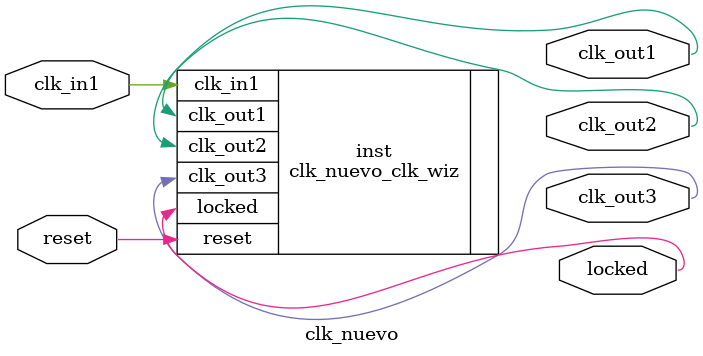
<source format=v>


`timescale 1ps/1ps

(* CORE_GENERATION_INFO = "clk_nuevo,clk_wiz_v5_3_3_0,{component_name=clk_nuevo,use_phase_alignment=true,use_min_o_jitter=false,use_max_i_jitter=false,use_dyn_phase_shift=false,use_inclk_switchover=false,use_dyn_reconfig=false,enable_axi=0,feedback_source=FDBK_AUTO,PRIMITIVE=MMCM,num_out_clk=3,clkin1_period=10.0,clkin2_period=10.0,use_power_down=false,use_reset=true,use_locked=true,use_inclk_stopped=false,feedback_type=SINGLE,CLOCK_MGR_TYPE=NA,manual_override=false}" *)

module clk_nuevo 
 (
  // Clock out ports
  output        clk_out1,
  output        clk_out2,
  output        clk_out3,
  // Status and control signals
  input         reset,
  output        locked,
 // Clock in ports
  input         clk_in1
 );

  clk_nuevo_clk_wiz inst
  (
  // Clock out ports  
  .clk_out1(clk_out1),
  .clk_out2(clk_out2),
  .clk_out3(clk_out3),
  // Status and control signals               
  .reset(reset), 
  .locked(locked),
 // Clock in ports
  .clk_in1(clk_in1)
  );

endmodule

</source>
